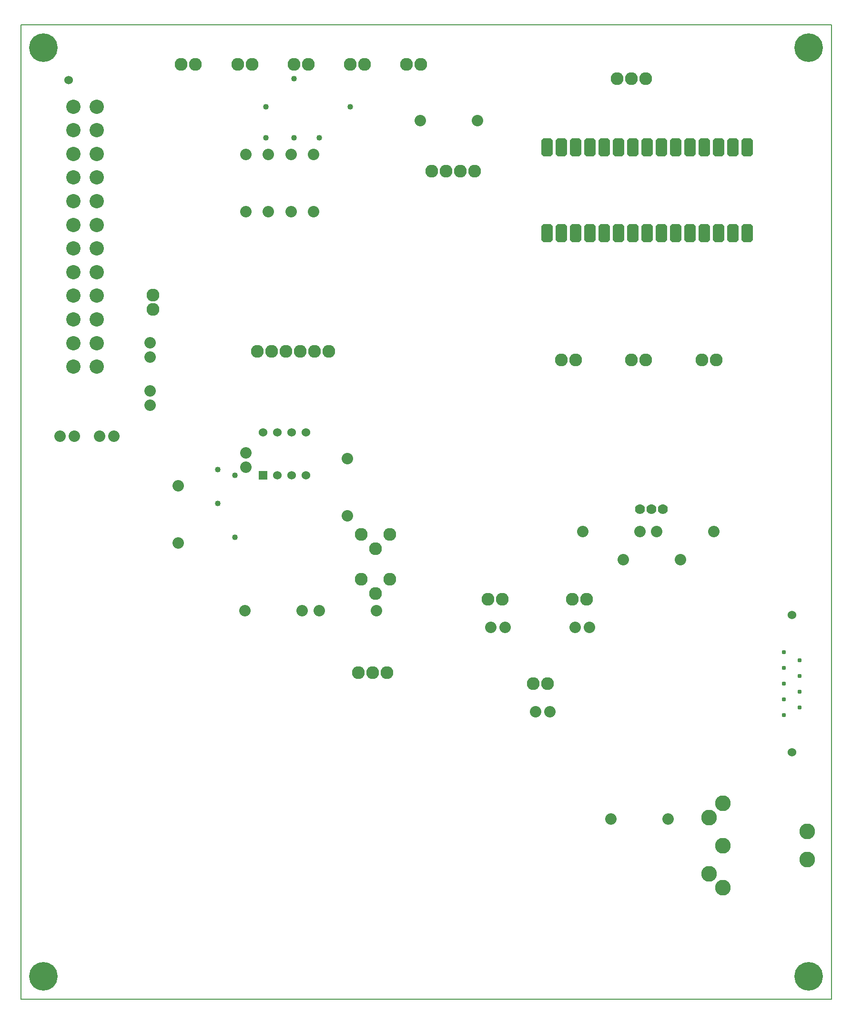
<source format=gbr>
G04 PROTEUS GERBER X2 FILE*
%TF.GenerationSoftware,Labcenter,Proteus,8.13-SP0-Build31525*%
%TF.CreationDate,2025-10-26T19:34:57+00:00*%
%TF.FileFunction,Soldermask,Bot*%
%TF.FilePolarity,Negative*%
%TF.Part,Single*%
%TF.SameCoordinates,{9d0e3b42-97eb-446b-a350-d4abe811863b}*%
%FSLAX45Y45*%
%MOMM*%
G01*
%TA.AperFunction,Material*%
%ADD28C,1.016000*%
%AMPPAD021*
4,1,8,
-0.607800,1.627000,
0.607800,1.627000,
0.987000,1.247800,
0.987000,-1.247800,
0.607800,-1.627000,
-0.607800,-1.627000,
-0.987000,-1.247800,
-0.987000,1.247800,
-0.607800,1.627000,
0*%
%TA.AperFunction,Material*%
%ADD29PPAD021*%
%TA.AperFunction,Material*%
%ADD72C,2.286000*%
%ADD73C,2.032000*%
%TA.AperFunction,Material*%
%ADD30C,0.787400*%
%ADD31C,1.524000*%
%AMPPAD026*
4,1,36,
-0.635000,0.762000,
0.635000,0.762000,
0.660970,0.759470,
0.684980,0.752200,
0.706580,0.740650,
0.725290,0.725290,
0.740650,0.706570,
0.752200,0.684980,
0.759470,0.660970,
0.762000,0.635000,
0.762000,-0.635000,
0.759470,-0.660970,
0.752200,-0.684980,
0.740650,-0.706570,
0.725290,-0.725290,
0.706580,-0.740650,
0.684980,-0.752200,
0.660970,-0.759470,
0.635000,-0.762000,
-0.635000,-0.762000,
-0.660970,-0.759470,
-0.684980,-0.752200,
-0.706580,-0.740650,
-0.725290,-0.725290,
-0.740650,-0.706570,
-0.752200,-0.684980,
-0.759470,-0.660970,
-0.762000,-0.635000,
-0.762000,0.635000,
-0.759470,0.660970,
-0.752200,0.684980,
-0.740650,0.706570,
-0.725290,0.725290,
-0.706580,0.740650,
-0.684980,0.752200,
-0.660970,0.759470,
-0.635000,0.762000,
0*%
%TA.AperFunction,Material*%
%ADD32PPAD026*%
%TA.AperFunction,Material*%
%ADD33C,2.794000*%
%TA.AperFunction,Material*%
%ADD34C,1.778000*%
%TA.AperFunction,Material*%
%ADD35C,2.540000*%
%TA.AperFunction,Material*%
%ADD36C,5.080000*%
%TA.AperFunction,Profile*%
%ADD23C,0.203200*%
%TD.AperFunction*%
D28*
X+3750000Y+750000D03*
X+3750000Y+200000D03*
X+4250000Y+1250000D03*
X+4250000Y+200000D03*
X+5250000Y+750000D03*
X+4700000Y+200000D03*
X+2900000Y-5700000D03*
X+2900000Y-6300000D03*
X+3200000Y-5800000D03*
X+3200000Y-6900000D03*
D29*
X+8750000Y-1500000D03*
X+9004000Y-1500000D03*
X+9258000Y-1500000D03*
X+9512000Y-1500000D03*
X+9766000Y-1500000D03*
X+10020000Y-1500000D03*
X+10274000Y-1500000D03*
X+10528000Y-1500000D03*
X+10782000Y-1500000D03*
X+11036000Y-1500000D03*
X+11290000Y-1500000D03*
X+11544000Y-1500000D03*
X+11798000Y-1500000D03*
X+12052000Y-1500000D03*
X+12306000Y-1500000D03*
X+12306000Y+24000D03*
X+12052000Y+24000D03*
X+11798000Y+24000D03*
X+11544000Y+24000D03*
X+11290000Y+24000D03*
X+11036000Y+24000D03*
X+10782000Y+24000D03*
X+10528000Y+24000D03*
X+10274000Y+24000D03*
X+10020000Y+24000D03*
X+9766000Y+24000D03*
X+9512000Y+24000D03*
X+9258000Y+24000D03*
X+9004000Y+24000D03*
X+8750000Y+24000D03*
D72*
X+9000000Y-3750000D03*
X+9254000Y-3750000D03*
X+10250000Y-3750000D03*
X+10504000Y-3750000D03*
X+11500000Y-3750000D03*
X+11754000Y-3750000D03*
X+5250000Y+1500000D03*
X+5504000Y+1500000D03*
X+6250000Y+1500000D03*
X+6504000Y+1500000D03*
X+4250000Y+1500000D03*
X+4504000Y+1500000D03*
X+2250000Y+1500000D03*
X+2504000Y+1500000D03*
X+3250000Y+1500000D03*
X+3504000Y+1500000D03*
D73*
X+6500000Y+500000D03*
X+7516000Y+500000D03*
X+3400000Y-100000D03*
X+3400000Y-1116000D03*
X+4600000Y-100000D03*
X+4600000Y-1116000D03*
X+4200000Y-100000D03*
X+4200000Y-1116000D03*
X+3800000Y-100000D03*
X+3800000Y-1116000D03*
D30*
X+12960300Y-8941200D03*
X+12960300Y-9220600D03*
X+12960300Y-9500000D03*
X+12960300Y-9779400D03*
X+12960300Y-10058800D03*
X+13239700Y-9080900D03*
X+13239700Y-9360300D03*
X+13239700Y-9639700D03*
X+13239700Y-9919100D03*
D31*
X+13100000Y-8280800D03*
X+13100000Y-10719200D03*
D72*
X+3600000Y-3600000D03*
X+3854000Y-3600000D03*
X+4108000Y-3600000D03*
X+4362000Y-3600000D03*
X+4616000Y-3600000D03*
X+4870000Y-3600000D03*
X+7700000Y-8000000D03*
X+7954000Y-8000000D03*
X+9200000Y-8000000D03*
X+9454000Y-8000000D03*
X+8500000Y-9500000D03*
X+8754000Y-9500000D03*
D32*
X+3700000Y-5800000D03*
D31*
X+3954000Y-5800000D03*
X+4208000Y-5800000D03*
X+4462000Y-5800000D03*
X+4462000Y-5038000D03*
X+4208000Y-5038000D03*
X+3954000Y-5038000D03*
X+3700000Y-5038000D03*
D33*
X+11875000Y-11625000D03*
X+11875000Y-12375000D03*
X+11875000Y-13125000D03*
X+11625000Y-11875000D03*
X+11625000Y-12875000D03*
X+13375000Y-12625000D03*
X+13375000Y-12125000D03*
D72*
X+5446000Y-6846000D03*
X+5954000Y-6846000D03*
X+5700000Y-7100000D03*
D73*
X+5200000Y-5500000D03*
X+5200000Y-6516000D03*
D72*
X+5446000Y-7646000D03*
X+5954000Y-7646000D03*
X+5700000Y-7900000D03*
D73*
X+4700000Y-8200000D03*
X+5716000Y-8200000D03*
X+4400000Y-8200000D03*
X+3384000Y-8200000D03*
X+2200000Y-7000000D03*
X+2200000Y-5984000D03*
D72*
X+5400000Y-9300000D03*
X+5654000Y-9300000D03*
X+5908000Y-9300000D03*
D73*
X+3400000Y-5400000D03*
X+3400000Y-5654000D03*
X+10900000Y-11900000D03*
X+9884000Y-11900000D03*
X+8000000Y-8500000D03*
X+7746000Y-8500000D03*
X+8800000Y-10000000D03*
X+8546000Y-10000000D03*
X+9500000Y-8500000D03*
X+9246000Y-8500000D03*
D34*
X+10396800Y-6400000D03*
X+10600000Y-6400000D03*
X+10803200Y-6400000D03*
D73*
X+10400000Y-6800000D03*
X+9384000Y-6800000D03*
X+10700000Y-6800000D03*
X+11716000Y-6800000D03*
X+10100000Y-7300000D03*
X+11116000Y-7300000D03*
D35*
X+750000Y+750000D03*
X+330000Y+750000D03*
X+750000Y+330000D03*
X+330000Y+330000D03*
X+750000Y-90000D03*
X+330000Y-90000D03*
X+750000Y-510000D03*
X+330000Y-510000D03*
X+750000Y-930000D03*
X+330000Y-930000D03*
X+750000Y-1350000D03*
X+330000Y-1350000D03*
X+750000Y-1770000D03*
X+330000Y-1770000D03*
X+750000Y-2190000D03*
X+330000Y-2190000D03*
X+750000Y-2610000D03*
X+330000Y-2610000D03*
X+750000Y-3030000D03*
X+330000Y-3030000D03*
X+750000Y-3450000D03*
X+330000Y-3450000D03*
X+750000Y-3870006D03*
X+330000Y-3870006D03*
D31*
X+246000Y+1220000D03*
D72*
X+1750000Y-2850000D03*
X+1750000Y-2596000D03*
D73*
X+1700000Y-3700000D03*
X+1700000Y-3446000D03*
X+800000Y-5100000D03*
X+1054000Y-5100000D03*
X+1700000Y-4550000D03*
X+1700000Y-4296000D03*
X+100000Y-5100000D03*
X+354000Y-5100000D03*
D72*
X+10500000Y+1250000D03*
X+10246000Y+1250000D03*
X+9992000Y+1250000D03*
D36*
X-200000Y+1800000D03*
X+13400000Y+1800000D03*
X+13400000Y-14700000D03*
X-200000Y-14700000D03*
D72*
X+6700000Y-400000D03*
X+6954000Y-400000D03*
X+7208000Y-400000D03*
X+7462000Y-400000D03*
D23*
X-600000Y-15100000D02*
X+13800000Y-15100000D01*
X+13800000Y+2200000D01*
X-600000Y+2200000D01*
X-600000Y-15100000D01*
M02*

</source>
